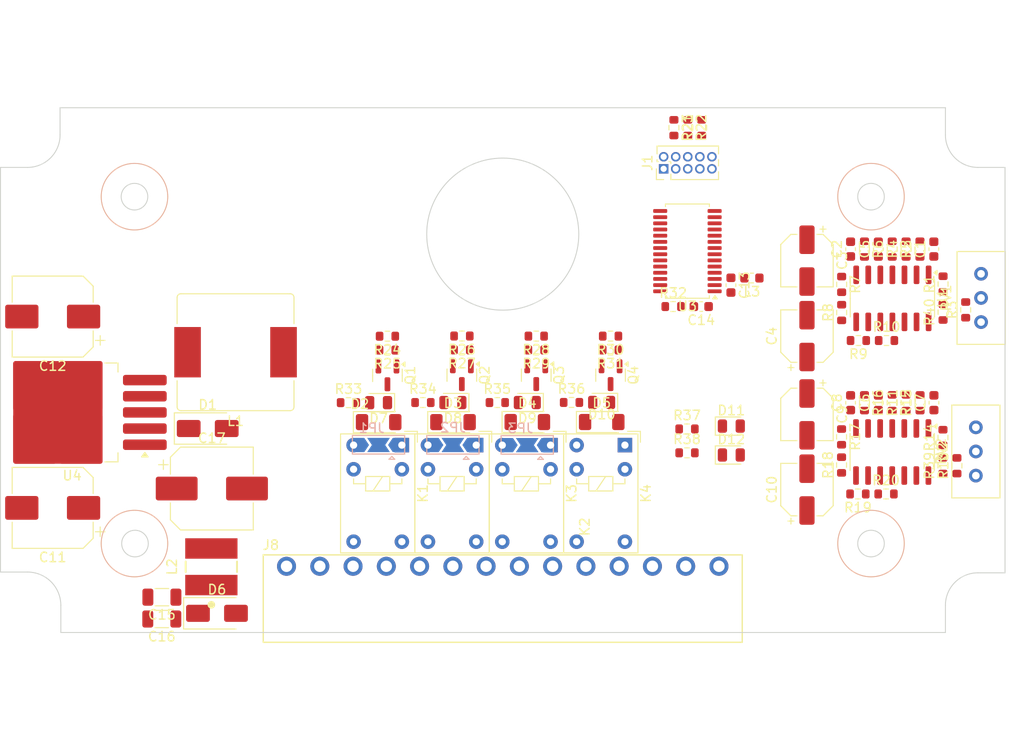
<source format=kicad_pcb>
(kicad_pcb (version 20240108) (generator "pcbnew") (generator_version "8.0")
  (layers (0 "F.Cu" signal) (31 "B.Cu" signal) (34 "B.Paste" user) (35 "F.Paste" user) (36 "B.SilkS" user "B.Silkscreen") (37 "F.SilkS" user "F.Silkscreen") (38 "B.Mask" user) (39 "F.Mask" user) (44 "Edge.Cuts" user))
  (net 0 "")
  (net 1 "Net-(C1-Pad2)")
  (net 2 "Net-(U1C--)")
  (net 3 "Net-(U1B-+)")
  (net 4 "GND")
  (net 5 "+5V")
  (net 6 "Net-(C7-Pad2)")
  (net 7 "Net-(U2C--)")
  (net 8 "Net-(U2B-+)")
  (net 9 "VDD")
  (net 10 "Net-(D1-K)")
  (net 11 "Net-(D2-A)")
  (net 12 "/RESET")
  (net 13 "/ICE_DAT")
  (net 14 "/MS51xTXD")
  (net 17 "/MS51xRXD")
  (net 18 "/ICE_CLK")
  (net 20 "/TOUCH1")
  (net 21 "/TOUCH2")
  (net 22 "/RESET-BTN")
  (net 23 "Net-(Q1-B)")
  (net 24 "Net-(R1-Pad2)")
  (net 25 "/TOUCHIN2")
  (net 26 "Net-(U1A-+)")
  (net 27 "Net-(U1B--)")
  (net 28 "Net-(U1C-+)")
  (net 29 "Net-(U2A-+)")
  (net 30 "Net-(R13-Pad2)")
  (net 31 "/TOUCHIN1")
  (net 32 "Net-(U2B--)")
  (net 33 "Net-(U2C-+)")
  (net 34 "Net-(D3-A)")
  (net 47 "Net-(D4-A)")
  (net 48 "Net-(Q2-B)")
  (net 49 "Net-(Q3-B)")
  (net 50 "Net-(Q4-B)")
  (net 51 "/RELAY1")
  (net 52 "/RELAY2")
  (net 53 "/RELAY3")
  (net 54 "/RELAY4")
  (net 55 "Net-(D10-K)")
  (net 56 "Net-(D7-A)")
  (net 57 "Net-(D8-A)")
  (net 58 "Net-(D9-A)")
  (net 59 "Net-(D10-A)")
  (net 60 "Net-(D11-A)")
  (net 61 "Net-(D12-A)")
  (net 62 "/LED1")
  (net 63 "/LED2")
  (net 64 "Net-(D6-K)")
  (net 73 "/24V")
  (net 74 "/VIN_24V")
  (net 75 "/RELAY1-B")
  (net 76 "/RELAY2-A")
  (net 77 "/RELAY2-B")
  (net 78 "/RELAY3-B")
  (net 79 "/RELAY1-A")
  (net 80 "/RELAY3-A")
  (net 81 "/RELAY4-B")
  (net 82 "Net-(JP1-A)")
  (net 83 "Net-(JP1-B)")
  (net 84 "Net-(JP2-A)")
  (net 85 "Net-(JP2-B)")
  (net 86 "Net-(JP3-A)")
  (net 87 "Net-(JP3-B)")
  (footprint "Resistor_SMD:R_0603_1608Metric" (layer "F.Cu") (at 159.1547 94.0014)
    (property "Reference" "R36" (at 0 -1.43 360) (layer "F.SilkS"))
    (property "Value" "1K")
    (pad "1" smd roundrect (at -0.825 0) (size 0.8 0.95) (layers "F.Cu" "F.Paste" "F.Mask") (net 5 "+5V"))
    (pad "2" smd roundrect (at 0.825 0) (size 0.8 0.95) (layers "F.Cu" "F.Paste" "F.Mask") (net 59 "Net-(D10-A)"))
  )
  (footprint "Capacitor_SMD:C_0603_1608Metric" (layer "F.Cu") (at 197.28 77.865 90)
    (property "Reference" "C1" (at 0 -1.43 90) (layer "F.SilkS"))
    (property "Value" "220pF")
    (pad "1" smd roundrect (at -0.775 0 90) (size 0.9 0.95) (layers "F.Cu" "F.Paste" "F.Mask") (net 2 "Net-(U1C--)"))
    (pad "2" smd roundrect (at 0.775 0 90) (size 0.9 0.95) (layers "F.Cu" "F.Paste" "F.Mask") (net 1 "Net-(C1-Pad2)"))
  )
  (footprint "Relay_THT:Relay_SPDT_HsinDa_Y14" (layer "F.Cu") (at 141.3047 98.4914 -90)
    (property "Reference" "K1" (at 5.08 -2.2098 90) (layer "F.SilkS"))
    (property "Value" "TR5V-L-S-Z/05VDC" (hide yes))
    (pad "1" thru_hole rect (at 0 0 270) (size 1.524 1.524) (drill 0.762) (layers "*.Cu" "*.Mask") (net 82 "Net-(JP1-A)"))
    (pad "2" thru_hole circle (at 0 5.08 270) (size 1.524 1.524) (drill 0.762) (layers "*.Cu" "*.Mask") (net 83 "Net-(JP1-B)"))
    (pad "3" thru_hole circle (at 2.54 0 270) (size 1.524 1.524) (drill 0.762) (layers "*.Cu" "*.Mask") (net 11 "Net-(D2-A)"))
    (pad "4" thru_hole circle (at 2.54 5.08 270) (size 1.524 1.524) (drill 0.762) (layers "*.Cu" "*.Mask") (net 5 "+5V"))
    (pad "5" thru_hole circle (at 10.16 0 270) (size 1.524 1.524) (drill 0.762) (layers "*.Cu" "*.Mask") (net 79 "/RELAY1-A"))
    (pad "6" thru_hole circle (at 10.16 5.08 270) (size 1.524 1.524) (drill 0.762) (layers "*.Cu" "*.Mask") (net 79 "/RELAY1-A"))
  )
  (footprint "Capacitor_SMD:C_0603_1608Metric" (layer "F.Cu") (at 172.805 83.91 180)
    (property "Reference" "C14" (at 0 -1.43 360) (layer "F.SilkS"))
    (property "Value" "0.1uF")
    (pad "1" smd roundrect (at -0.775 0 180) (size 0.9 0.95) (layers "F.Cu" "F.Paste" "F.Mask") (net 4 "GND"))
    (pad "2" smd roundrect (at 0.775 0 180) (size 0.9 0.95) (layers "F.Cu" "F.Paste" "F.Mask") (net 22 "/RESET-BTN"))
  )
  (footprint "Package_TO_SOT_SMD:SOT-23" (layer "F.Cu") (at 147.6147 91.1314 -90)
    (property "Reference" "Q2" (at 0 -2.4 90) (layer "F.SilkS"))
    (property "Value" "MMBT3904")
    (pad "1" smd roundrect (at -0.9375 -0.95 270) (size 1.475 0.6) (layers "F.Cu" "F.Paste" "F.Mask") (net 48 "Net-(Q2-B)"))
    (pad "2" smd roundrect (at -0.9375 0.95 270) (size 1.475 0.6) (layers "F.Cu" "F.Paste" "F.Mask") (net 4 "GND"))
    (pad "3" smd roundrect (at 0.9375 0 270) (size 1.475 0.6) (layers "F.Cu" "F.Paste" "F.Mask") (net 34 "Net-(D3-A)"))
  )
  (footprint "Resistor_SMD:R_0603_1608Metric" (layer "F.Cu") (at 192.3 87.485)
    (property "Reference" "R10" (at 0 -1.43 360) (layer "F.SilkS"))
    (property "Value" "12K")
    (pad "1" smd roundrect (at -0.825 0) (size 0.8 0.95) (layers "F.Cu" "F.Paste" "F.Mask") (net 28 "Net-(U1C-+)"))
    (pad "2" smd roundrect (at 0.825 0) (size 0.8 0.95) (layers "F.Cu" "F.Paste" "F.Mask") (net 4 "GND"))
  )
  (footprint "Resistor_SMD:R_0603_1608Metric" (layer "F.Cu") (at 198.25 84.5 90)
    (property "Reference" "R40" (at 0 -1.43 90) (layer "F.SilkS"))
    (property "Value" "100K")
    (pad "1" smd roundrect (at -0.825 0 90) (size 0.8 0.95) (layers "F.Cu" "F.Paste" "F.Mask") (net 4 "GND"))
    (pad "2" smd roundrect (at 0.825 0 90) (size 0.8 0.95) (layers "F.Cu" "F.Paste" "F.Mask") (net 31 "/TOUCHIN1"))
  )
  (footprint "Capacitor_SMD:CP_Elec_5x5.3" (layer "F.Cu") (at 183.93 79.08 -90)
    (property "Reference" "C3" (at 0 -3.7 90) (layer "F.SilkS"))
    (property "Value" "10uF")
    (pad "1" smd roundrect (at -2.2 0 270) (size 3 1.6) (layers "F.Cu" "F.Paste" "F.Mask") (roundrect_rratio 0.15625) (net 2 "Net-(U1C--)"))
    (pad "2" smd roundrect (at 2.2 0 270) (size 3 1.6) (layers "F.Cu" "F.Paste" "F.Mask") (roundrect_rratio 0.15625) (net 4 "GND"))
  )
  (footprint "Capacitor_SMD:C_0603_1608Metric" (layer "F.Cu") (at 191.44 77.87 90)
    (property "Reference" "C5" (at 0 -1.43 90) (layer "F.SilkS"))
    (property "Value" "330nF")
    (pad "1" smd roundrect (at -0.775 0 90) (size 0.9 0.95) (layers "F.Cu" "F.Paste" "F.Mask") (net 9 "VDD"))
    (pad "2" smd roundrect (at 0.775 0 90) (size 0.9 0.95) (layers "F.Cu" "F.Paste" "F.Mask") (net 4 "GND"))
  )
  (footprint "Package_TO_SOT_SMD:SOT-23" (layer "F.Cu") (at 139.7872 91.1514 -90)
    (property "Reference" "Q1" (at 0 -2.4 90) (layer "F.SilkS"))
    (property "Value" "MMBT3904")
    (pad "1" smd roundrect (at -0.9375 -0.95 270) (size 1.475 0.6) (layers "F.Cu" "F.Paste" "F.Mask") (net 23 "Net-(Q1-B)"))
    (pad "2" smd roundrect (at -0.9375 0.95 270) (size 1.475 0.6) (layers "F.Cu" "F.Paste" "F.Mask") (net 4 "GND"))
    (pad "3" smd roundrect (at 0.9375 0 270) (size 1.475 0.6) (layers "F.Cu" "F.Paste" "F.Mask") (net 11 "Net-(D2-A)"))
  )
  (footprint "Resistor_SMD:R_0603_1608Metric" (layer "F.Cu") (at 189.98 94.03 -90)
    (property "Reference" "R16" (at 0 -1.43 90) (layer "F.SilkS"))
    (property "Value" "47K")
    (pad "1" smd roundrect (at -0.825 0 270) (size 0.8 0.95) (layers "F.Cu" "F.Paste" "F.Mask") (net 6 "Net-(C7-Pad2)"))
    (pad "2" smd roundrect (at 0.825 0 270) (size 0.8 0.95) (layers "F.Cu" "F.Paste" "F.Mask") (net 8 "Net-(U2B-+)"))
  )
  (footprint "Capacitor_SMD:CP_Elec_8x10" (layer "F.Cu") (at 104.565 84.965 180)
    (property "Reference" "C12" (at 0 -5.2 360) (layer "F.SilkS"))
    (property "Value" "220uF/35V")
    (pad "1" smd roundrect (at -3.25 0 180) (size 3.5 2.5) (layers "F.Cu" "F.Paste" "F.Mask") (roundrect_rratio 0.1) (net 5 "+5V"))
    (pad "2" smd roundrect (at 3.25 0 180) (size 3.5 2.5) (layers "F.Cu" "F.Paste" "F.Mask") (roundrect_rratio 0.1) (net 4 "GND"))
  )
  (footprint "Resistor_SMD:R_0603_1608Metric" (layer "F.Cu") (at 147.6247 88.4714 180)
    (property "Reference" "R27" (at 0 -1.43 360) (layer "F.SilkS"))
    (property "Value" "10K")
    (pad "1" smd roundrect (at -0.825 0 180) (size 0.8 0.95) (layers "F.Cu" "F.Paste" "F.Mask") (net 48 "Net-(Q2-B)"))
    (pad "2" smd roundrect (at 0.825 0 180) (size 0.8 0.95) (layers "F.Cu" "F.Paste" "F.Mask") (net 4 "GND"))
  )
  (footprint "LED_SMD:LED_0805_2012Metric" (layer "F.Cu") (at 175.9725 96.49)
    (property "Reference" "D11" (at 0 -1.65 0) (layer "F.SilkS"))
    (property "Value" "RED")
    (pad "1" smd roundrect (at -0.9375 0) (size 0.975 1.4) (layers "F.Cu" "F.Paste" "F.Mask") (net 62 "/LED1"))
    (pad "2" smd roundrect (at 0.9375 0) (size 0.975 1.4) (layers "F.Cu" "F.Paste" "F.Mask") (net 60 "Net-(D11-A)"))
  )
  (footprint "Resistor_SMD:R_0603_1608Metric" (layer "F.Cu") (at 151.3447 94.0114)
    (property "Reference" "R35" (at 0 -1.43 360) (layer "F.SilkS"))
    (property "Value" "1K")
    (pad "1" smd roundrect (at -0.825 0) (size 0.8 0.95) (layers "F.Cu" "F.Paste" "F.Mask") (net 5 "+5V"))
    (pad "2" smd roundrect (at 0.825 0) (size 0.8 0.95) (layers "F.Cu" "F.Paste" "F.Mask") (net 58 "Net-(D9-A)"))
  )
  (footprint "Inductor_SMD:L_Bourns_SRR1210A" (layer "F.Cu") (at 123.805 88.715 180)
    (property "Reference" "L1" (at 0 -7.25 360) (layer "F.SilkS"))
    (property "Value" "100uH")
    (pad "1" smd rect (at -5.05 0 180) (size 2.8 5.3) (layers "F.Cu" "F.Paste" "F.Mask") (net 10 "Net-(D1-K)"))
    (pad "2" smd rect (at 5.05 0 180) (size 2.8 5.3) (layers "F.Cu" "F.Paste" "F.Mask") (net 5 "+5V"))
  )
  (footprint "Package_TO_SOT_SMD:SOT-23" (layer "F.Cu") (at 163.2647 91.1314 -90)
    (property "Reference" "Q4" (at 0 -2.4 90) (layer "F.SilkS"))
    (property "Value" "MMBT3904")
    (pad "1" smd roundrect (at -0.9375 -0.95 270) (size 1.475 0.6) (layers "F.Cu" "F.Paste" "F.Mask") (net 50 "Net-(Q4-B)"))
    (pad "2" smd roundrect (at -0.9375 0.95 270) (size 1.475 0.6) (layers "F.Cu" "F.Paste" "F.Mask") (net 4 "GND"))
    (pad "3" smd roundrect (at 0.9375 0 270) (size 1.475 0.6) (layers "F.Cu" "F.Paste" "F.Mask") (net 55 "Net-(D10-K)"))
  )
  (footprint "Resistor_SMD:R_0603_1608Metric" (layer "F.Cu") (at 155.4447 88.4814 180)
    (property "Reference" "R29" (at 0 -1.43 360) (layer "F.SilkS"))
    (property "Value" "10K")
    (pad "1" smd roundrect (at -0.825 0 180) (size 0.8 0.95) (layers "F.Cu" "F.Paste" "F.Mask") (net 49 "Net-(Q3-B)"))
    (pad "2" smd roundrect (at 0.825 0 180) (size 0.8 0.95) (layers "F.Cu" "F.Paste" "F.Mask") (net 4 "GND"))
  )
  (footprint "Resistor_SMD:R_0603_1608Metric" (layer "F.Cu") (at 169.93 65.09 -90)
    (property "Reference" "R23" (at 0 -1.43 90) (layer "F.SilkS"))
    (property "Value" "100K")
    (pad "1" smd roundrect (at -0.825 0 270) (size 0.8 0.95) (layers "F.Cu" "F.Paste" "F.Mask") (net 9 "VDD"))
    (pad "2" smd roundrect (at 0.825 0 270) (size 0.8 0.95) (layers "F.Cu" "F.Paste" "F.Mask") (net 13 "/ICE_DAT"))
  )
  (footprint "Connector_PinHeader_1.27mm:PinHeader_2x05_P1.27mm_Vertical" (layer "F.Cu") (at 168.85 69.42 90)
    (property "Reference" "J1" (at 0.635 -1.695 90) (layer "F.SilkS"))
    (property "Value" "ICE")
    (pad "1" thru_hole rect (at 0 0 90) (size 1 1) (drill 0.65) (layers "*.Cu" "*.Mask"))
    (pad "2" thru_hole oval (at 1.27 0 90) (size 1 1) (drill 0.65) (layers "*.Cu" "*.Mask") (net 9 "VDD"))
    (pad "3" thru_hole oval (at 0 1.27 90) (size 1 1) (drill 0.65) (layers "*.Cu" "*.Mask"))
    (pad "4" thru_hole oval (at 1.27 1.27 90) (size 1 1) (drill 0.65) (layers "*.Cu" "*.Mask") (net 13 "/ICE_DAT"))
    (pad "5" thru_hole oval (at 0 2.54 90) (size 1 1) (drill 0.65) (layers "*.Cu" "*.Mask"))
    (pad "6" thru_hole oval (at 1.27 2.54 90) (size 1 1) (drill 0.65) (layers "*.Cu" "*.Mask") (net 18 "/ICE_CLK"))
    (pad "7" thru_hole oval (at 0 3.81 90) (size 1 1) (drill 0.65) (layers "*.Cu" "*.Mask") (net 14 "/MS51xTXD"))
    (pad "8" thru_hole oval (at 1.27 3.81 90) (size 1 1) (drill 0.65) (layers "*.Cu" "*.Mask") (net 12 "/RESET"))
    (pad "9" thru_hole oval (at 0 5.08 90) (size 1 1) (drill 0.65) (layers "*.Cu" "*.Mask") (net 17 "/MS51xRXD"))
    (pad "10" thru_hole oval (at 1.27 5.08 90) (size 1 1) (drill 0.65) (layers "*.Cu" "*.Mask") (net 4 "GND"))
  )
  (footprint "Diode_SMD:D_MiniMELF" (layer "F.Cu") (at 146.6872 96.0714)
    (property "Reference" "D3" (at 0 -2 360) (layer "F.SilkS"))
    (property "Value" "LL4148_R1")
    (pad "1" smd roundrect (at -1.75 0) (size 1.3 1.7) (layers "F.Cu" "F.Paste" "F.Mask") (roundrect_rratio 0.1923076923) (net 5 "+5V"))
    (pad "2" smd roundrect (at 1.75 0) (size 1.3 1.7) (layers "F.Cu" "F.Paste" "F.Mask") (roundrect_rratio 0.1923076923) (net 34 "Net-(D3-A)"))
  )
  (footprint "Resistor_SMD:R_0603_1608Metric" (layer "F.Cu") (at 192.9 94.03 -90)
    (property "Reference" "R12" (at 0 -1.43 90) (layer "F.SilkS"))
    (property "Value" "100K")
    (pad "1" smd roundrect (at -0.825 0 270) (size 0.8 0.95) (layers "F.Cu" "F.Paste" "F.Mask") (net 29 "Net-(U2A-+)"))
    (pad "2" smd roundrect (at 0.825 0 270) (size 0.8 0.95) (layers "F.Cu" "F.Paste" "F.Mask") (net 9 "VDD"))
  )
  (footprint "Diode_SMD:D_SMA" (layer "F.Cu") (at 120.875 96.745)
    (property "Reference" "D1" (at 0 -2.5 0) (layer "F.SilkS"))
    (property "Value" "SS36")
    (pad "1" smd roundrect (at -2 0) (size 2.5 1.8) (layers "F.Cu" "F.Paste" "F.Mask") (roundrect_rratio 0.1388888889) (net 10 "Net-(D1-K)"))
    (pad "2" smd roundrect (at 2 0) (size 2.5 1.8) (layers "F.Cu" "F.Paste" "F.Mask") (roundrect_rratio 0.1388888889) (net 4 "GND"))
  )
  (footprint "Resistor_SMD:R_0603_1608Metric" (layer "F.Cu") (at 199.71 100.66 90)
    (property "Reference" "R13" (at 0 -1.43 90) (layer "F.SilkS"))
    (property "Value" "4.7K")
    (pad "1" smd roundrect (at -0.825 0 90) (size 0.8 0.95) (layers "F.Cu" "F.Paste" "F.Mask") (net 29 "Net-(U2A-+)"))
    (pad "2" smd roundrect (at 0.825 0 90) (size 0.8 0.95) (layers "F.Cu" "F.Paste" "F.Mask") (net 30 "Net-(R13-Pad2)"))
  )
  (footprint "Resistor_SMD:R_0603_1608Metric" (layer "F.Cu") (at 194.36 77.865 90)
    (property "Reference" "R4" (at 0 -1.43 90) (layer "F.SilkS"))
    (property "Value" "100K")
    (pad "1" smd roundrect (at -0.825 0 90) (size 0.8 0.95) (layers "F.Cu" "F.Paste" "F.Mask") (net 26 "Net-(U1A-+)"))
    (pad "2" smd roundrect (at 0.825 0 90) (size 0.8 0.95) (layers "F.Cu" "F.Paste" "F.Mask") (net 4 "GND"))
  )
  (footprint "Capacitor_SMD:C_0603_1608Metric" (layer "F.Cu") (at 191.44 94.035 90)
    (property "Reference" "C6" (at 0 -1.43 90) (layer "F.SilkS"))
    (property "Value" "330nF")
    (pad "1" smd roundrect (at -0.775 0 90) (size 0.9 0.95) (layers "F.Cu" "F.Paste" "F.Mask") (net 9 "VDD"))
    (pad "2" smd roundrect (at 0.775 0 90) (size 0.9 0.95) (layers "F.Cu" "F.Paste" "F.Mask") (net 4 "GND"))
  )
  (footprint "Package_SO:TSSOP-28_4.4x9.7mm_P0.65mm" (layer "F.Cu") (at 171.35 78.08 180)
    (property "Reference" "U3" (at 0 -5.8 360) (layer "F.SilkS"))
    (property "Value" "MS51EC0AE")
    (pad "1" smd roundrect (at -2.8625 -4.225 180) (size 1.475 0.4) (layers "F.Cu" "F.Paste" "F.Mask") (net 4 "GND"))
    (pad "2" smd roundrect (at -2.8625 -3.575 180) (size 1.475 0.4) (layers "F.Cu" "F.Paste" "F.Mask") (net 13 "/ICE_DAT"))
    (pad "3" smd roundrect (at -2.8625 -2.925 180) (size 1.475 0.4) (layers "F.Cu" "F.Paste" "F.Mask") (net 9 "VDD"))
    (pad "4" smd roundrect (at -2.8625 -2.275 180) (size 1.475 0.4) (layers "F.Cu" "F.Paste" "F.Mask") (net 22 "/RESET-BTN"))
    (pad "5" smd roundrect (at -2.8625 -1.625 180) (size 1.475 0.4) (layers "F.Cu" "F.Paste" "F.Mask") (net 20 "/TOUCH1"))
    (pad "6" smd roundrect (at -2.8625 -0.975 180) (size 1.475 0.4) (layers "F.Cu" "F.Paste" "F.Mask") (net 21 "/TOUCH2"))
    (pad "7" smd roundrect (at -2.8625 -0.325 180) (size 1.475 0.4) (layers "F.Cu" "F.Paste" "F.Mask") (net 62 "/LED1"))
    (pad "8" smd roundrect (at -2.8625 0.325 180) (size 1.475 0.4) (layers "F.Cu" "F.Paste" "F.Mask") (net 63 "/LED2"))
    (pad "9" smd roundrect (at -2.8625 0.975 180) (size 1.475 0.4) (layers "F.Cu" "F.Paste" "F.Mask"))
    (pad "10" smd roundrect (at -2.8625 1.625 180) (size 1.475 0.4) (layers "F.Cu" "F.Paste" "F.Mask"))
    (pad "11" smd roundrect (at -2.8625 2.275 180) (size 1.475 0.4) (layers "F.Cu" "F.Paste" "F.Mask"))
    (pad "12" smd roundrect (at -2.8625 2.925 180) (size 1.475 0.4) (layers "F.Cu" "F.Paste" "F.Mask"))
    (pad "13" smd roundrect (at -2.8625 3.575 180) (size 1.475 0.4) (layers "F.Cu" "F.Paste" "F.Mask"))
    (pad "14" smd roundrect (at -2.8625 4.225 180) (size 1.475 0.4) (layers "F.Cu" "F.Paste" "F.Mask"))
    (pad "15" smd roundrect (at 2.8625 4.225 180) (size 1.475 0.4) (layers "F.Cu" "F.Paste" "F.Mask") (net 54 "/RELAY4"))
    (pad "16" smd roundrect (at 2.8625 3.575 180) (size 1.475 0.4) (layers "F.Cu" "F.Paste" "F.Mask") (net 53 "/RELAY3"))
    (pad "17" smd roundrect (at 2.8625 2.925 180) (size 1.475 0.4) (layers "F.Cu" "F.Paste" "F.Mask") (net 52 "/RELAY2"))
    (pad "18" smd roundrect (at 2.8625 2.275 180) (size 1.475 0.4) (layers "F.Cu" "F.Paste" "F.Mask") (net 51 "/RELAY1"))
    (pad "19" smd roundrect (at 2.8625 1.625 180) (size 1.475 0.4) (layers "F.Cu" "F.Paste" "F.Mask") (net 18 "/ICE_CLK"))
    (pad "20" smd roundrect (at 2.8625 0.975 180) (size 1.475 0.4) (layers "F.Cu" "F.Paste" "F.Mask"))
    (pad "21" smd roundrect (at 2.8625 0.325 180) (size 1.475 0.4) (layers "F.Cu" "F.Paste" "F.Mask"))
    (pad "22" smd roundrect (at 2.8625 -0.325 180) (size 1.475 0.4) (layers "F.Cu" "F.Paste" "F.Mask"))
    (pad "23" smd roundrect (at 2.8625 -0.975 180) (size 1.475 0.4) (layers "F.Cu" "F.Paste" "F.Mask") (net 14 "/MS51xTXD"))
    (pad "24" smd roundrect (at 2.8625 -1.625 180) (size 1.475 0.4) (layers "F.Cu" "F.Paste" "F.Mask") (net 17 "/MS51xRXD"))
    (pad "25" smd roundrect (at 2.8625 -2.275 180) (size 1.475 0.4) (layers "F.Cu" "F.Paste" "F.Mask"))
    (pad "26" smd roundrect (at 2.8625 -2.925 180) (size 1.475 0.4) (layers "F.Cu" "F.Paste" "F.Mask") (net 12 "/RESET"))
    (pad "27" smd roundrect (at 2.8625 -3.575 180) (size 1.475 0.4) (layers "F.Cu" "F.Paste" "F.Mask"))
    (pad "28" smd roundrect (at 2.8625 -4.225 180) (size 1.475 0.4) (layers "F.Cu" "F.Paste" "F.Mask"))
  )
  (footprint "Footprint:15EGTRC-3_5-14P-14-00AH" (layer "F.Cu") (at 129.17 111.24)
    (property "Reference" "J8" (at -1.65 -2.23 0) (layer "F.SilkS"))
    (property "Value" "IO" (hide yes))
    (pad "1" thru_hole circle (at 0 0) (size 2 2) (drill 1.2) (layers "*.Cu" "*.Mask") (net 74 "/VIN_24V"))
    (pad "2" thru_hole circle (at 3.5 0) (size 2 2) (drill 1.2) (layers "*.Cu" "*.Mask") (net 4 "GND"))
    (pad "3" thru_hole circle (at 7 0) (size 2 2) (drill 1.2) (layers "*.Cu" "*.Mask") (net 79 "/RELAY1-A"))
    (pad "4" thru_hole circle (at 10.5 0) (size 2 2) (drill 1.2) (layers "*.Cu" "*.Mask") (net 75 "/RELAY1-B"))
    (pad "5" thru_hole circle (at 14 0) (size 2 2) (drill 1.2) (layers "*.Cu" "*.Mask") (net 76 "/RELAY2-A"))
    (pad "6" thru_hole circle (at 17.5 0) (size 2 2) (drill 1.2) (layers "*.Cu" "*.Mask") (net 77 "/RELAY2-B"))
    (pad "7" thru_hole circle (at 21 0) (size 2 2) (drill 1.2) (layers "*.Cu" "*.Mask") (net 80 "/RELAY3-A"))
    (pad "8" thru_hole circle (at 24.5 0) (size 2 2) (drill 1.2) (layers "*.Cu" "*.Mask") (net 78 "/RELAY3-B"))
    (pad "9" thru_hole circle (at 28 0) (size 2 2) (drill 1.2) (layers "*.Cu" "*.Mask") (net 4 "GND"))
    (pad "10" thru_hole circle (at 31.5 0) (size 2 2) (drill 1.2) (layers "*.Cu" "*.Mask") (net 81 "/RELAY4-B"))
    (pad "11" thru_hole circle (at 35 0) (size 2 2) (drill 1.2) (layers "*.Cu" "*.Mask") (net 4 "GND"))
    (pad "12" thru_hole circle (at 38.5 0) (size 2 2) (drill 1.2) (layers "*.Cu" "*.Mask") (net 22 "/RESET-BTN"))
    (pad "13" thru_hole circle (at 42 0) (size 2 2) (drill 1.2) (layers "*.Cu" "*.Mask") (net 31 "/TOUCHIN1"))
    (pad "14" thru_hole circle (at 45.5 0) (size 2 2) (drill 1.2) (layers "*.Cu" "*.Mask") (net 25 "/TOUCHIN2"))
  )
  (footprint "LED_SMD:LED_0805_2012Metric" (layer "F.Cu") (at 154.5047 94.0114 180)
    (property "Reference" "D9" (at 0 -1.65 360) (layer "F.SilkS"))
    (property "Value" "RED")
    (pad "1" smd roundrect (at -0.9375 0 180) (size 0.975 1.4) (layers "F.Cu" "F.Paste" "F.Mask") (net 47 "Net-(D4-A)"))
    (pad "2" smd roundrect (at 0.9375 0 180) (size 0.975 1.4) (layers "F.Cu" "F.Paste" "F.Mask") (net 58 "Net-(D9-A)"))
  )
  (footprint "Resistor_SMD:R_0603_1608Metric" (layer "F.Cu") (at 189.29 103.63 180)
    (property "Reference" "R19" (at 0 -1.43 360) (layer "F.SilkS"))
    (property "Value" "4.7K")
    (pad "1" smd roundrect (at -0.825 0 180) (size 0.8 0.95) (layers "F.Cu" "F.Paste" "F.Mask") (net 33 "Net-(U2C-+)"))
    (pad "2" smd roundrect (at 0.825 0 180) (size 0.8 0.95) (layers "F.Cu" "F.Paste" "F.Mask") (net 9 "VDD"))
  )
  (footprint "Resistor_SMD:R_0603_1608Metric" (layer "F.Cu") (at 187.57 100.585 90)
    (property "Reference" "R18" (at 0 -1.43 90) (layer "F.SilkS"))
    (property "Value" "47K")
    (pad "1" smd roundrect (at -0.825 0 90) (size 0.8 0.95) (layers "F.Cu" "F.Paste" "F.Mask") (net 4 "GND"))
    (pad "2" smd roundrect (at 0.825 0 90) (size 0.8 0.95) (layers "F.Cu" "F.Paste" "F.Mask") (net 32 "Net-(U2B--)"))
  )
  (footprint "Capacitor_SMD:CP_Elec_8x10" (layer "F.Cu") (at 104.5625 105.095 180)
    (property "Reference" "C11" (at 0 -5.2 360) (layer "F.SilkS"))
    (property "Value" "100uF/50V")
    (pad "1" smd roundrect (at -3.25 0 180) (size 3.5 2.5) (layers "F.Cu" "F.Paste" "F.Mask") (roundrect_rratio 0.1) (net 73 "/24V"))
    (pad "2" smd roundrect (at 3.25 0 180) (size 3.5 2.5) (layers "F.Cu" "F.Paste" "F.Mask") (roundrect_rratio 0.1) (net 4 "GND"))
  )
  (footprint "Resistor_SMD:R_0603_1608Metric" (layer "F.Cu") (at 194.36 94.03 90)
    (property "Reference" "R11" (at 0 -1.43 90) (layer "F.SilkS"))
    (property "Value" "100K")
    (pad "1" smd roundrect (at -0.825 0 90) (size 0.8 0.95) (layers "F.Cu" "F.Paste" "F.Mask") (net 29 "Net-(U2A-+)"))
    (pad "2" smd roundrect (at 0.825 0 90) (size 0.8 0.95) (layers "F.Cu" "F.Paste" "F.Mask") (net 4 "GND"))
  )
  (footprint "Package_SO:SO-14_3.9x8.65mm_P1.27mm" (layer "F.Cu") (at 192.9 99.215 -90)
    (property "Reference" "U2" (at 0 -5.28 90) (layer "F.SilkS"))
    (property "Value" "LM324")
    (pad "1" smd roundrect (at -2.475 -3.81 270) (size 1.95 0.6) (layers "F.Cu" "F.Paste" "F.Mask") (net 30 "Net-(R13-Pad2)"))
    (pad "2" smd roundrect (at -2.475 -2.54 270) (size 1.95 0.6) (layers "F.Cu" "F.Paste" "F.Mask") (net 25 "/TOUCHIN2"))
    (pad "3" smd roundrect (at -2.475 -1.27 270) (size 1.95 0.6) (layers "F.Cu" "F.Paste" "F.Mask") (net 29 "Net-(U2A-+)"))
    (pad "4" smd roundrect (at -2.475 0 270) (size 1.95 0.6) (layers "F.Cu" "F.Paste" "F.Mask") (net 9 "VDD"))
    (pad "5" smd roundrect (at -2.475 1.27 270) (size 1.95 0.6) (layers "F.Cu" "F.Paste" "F.Mask") (net 8 "Net-(U2B-+)"))
    (pad "6" smd roundrect (at -2.475 2.54 270) (size 1.95 0.6) (layers "F.Cu" "F.Paste" "F.Mask") (net 32 "Net-(U2B--)"))
    (pad "7" smd roundrect (at -2.475 3.81 270) (size 1.95 0.6) (layers "F.Cu" "F.Paste" "F.Mask") (net 7 "Net-(U2C--)"))
    (pad "8" smd roundrect (at 2.475 3.81 270) (size 1.95 0.6) (layers "F.Cu" "F.Paste" "F.Mask") (net 21 "/TOUCH2"))
    (pad "9" smd roundrect (at 2.475 2.54 270) (size 1.95 0.6) (layers "F.Cu" "F.Paste" "F.Mask") (net 7 "Net-(U2C--)"))
    (pad "10" smd roundrect (at 2.475 1.27 270) (size 1.95 0.6) (layers "F.Cu" "F.Paste" "F.Mask") (net 33 "Net-(U2C-+)"))
    (pad "11" smd roundrect (at 2.475 0 270) (size 1.95 0.6) (layers "F.Cu" "F.Paste" "F.Mask") (net 4 "GND"))
    (pad "12" smd roundrect (at 2.475 -1.27 270) (size 1.95 0.6) (layers "F.Cu" "F.Paste" "F.Mask"))
    (pad "13" smd roundrect (at 2.475 -2.54 270) (size 1.95 0.6) (layers "F.Cu" "F.Paste" "F.Mask"))
    (pad "14" smd roundrect (at 2.475 -3.81 270) (size 1.95 0.6) (layers "F.Cu" "F.Paste" "F.Mask"))
  )
  (footprint "LED_SMD:LED_0805_2012Metric" (layer "F.Cu") (at 138.8547 94.0214 180)
    (property "Reference" "D7" (at 0 -1.65 360) (layer "F.SilkS"))
    (property "Value" "RED")
    (pad "1" smd roundrect (at -0.9375 0 180) (size 0.975 1.4) (layers "F.Cu" "F.Paste" "F.Mask") (net 11 "Net-(D2-A)"))
    (pad "2" smd roundrect (at 0.9375 0 180) (size 0.975 1.4) (layers "F.Cu" "F.Paste" "F.Mask") (net 56 "Net-(D7-A)"))
  )
  (footprint "Potentiometer_THT:Potentiometer_Bourns_3296W_Vertical" (layer "F.Cu") (at 202.25 80.465 90)
    (property "Reference" "RV1" (at -2.54 -3.66 90) (layer "F.SilkS"))
    (property "Value" "20K")
    (pad "1" thru_hole circle (at 0 0 90) (size 1.44 1.44) (drill 0.8) (layers "*.Cu" "*.Mask"))
    (pad "2" thru_hole circle (at -2.54 0 90) (size 1.44 1.44) (drill 0.8) (layers "*.Cu" "*.Mask") (net 24 "Net-(R1-Pad2)"))
    (pad "3" thru_hole circle (at -5.08 0 90) (size 1.44 1.44) (drill 0.8) (layers "*.Cu" "*.Mask") (net 26 "Net-(U1A-+)"))
  )
  (footprint "Diode_SMD:D_SMA" (layer "F.Cu") (at 121.85 116.19)
    (property "Reference" "D6" (at 0 -2.5 360) (layer "F.SilkS"))
    (property "Value" "SS36")
    (pad "1" smd roundrect (at -2 0) (size 2.5 1.8) (layers "F.Cu" "F.Paste" "F.Mask") (roundrect_rratio 0.1388888889) (net 64 "Net-(D6-K)"))
    (pad "2" smd roundrect (at 2 0) (size 2.5 1.8) (layers "F.Cu" "F.Paste" "F.Mask") (roundrect_rratio 0.1388888889) (net 74 "/VIN_24V"))
  )
  (footprint "Resistor_SMD:R_0603_1608Metric" (layer "F.Cu") (at 171.3075 99.3)
    (property "Reference" "R38" (at 0 -1.43 0) (layer "F.SilkS"))
    (property "Value" "1K")
    (pad "1" smd roundrect (at -0.825 0) (size 0.8 0.95) (layers "F.Cu" "F.Paste" "F.Mask") (net 9 "VDD"))
    (pad "2" smd roundrect (at 0.825 0) (size 0.8 0.95) (layers "F.Cu" "F.Paste" "F.Mask") (net 61 "Net-(D12-A)"))
  )
  (footprint "Resistor_SMD:R_0603_1608Metric" (layer "F.Cu") (at 171.39 65.09 -90)
    (property "Reference" "R22" (at 0 -1.43 90) (layer "F.SilkS"))
    (property "Value" "100K")
    (pad "1" smd roundrect (at -0.825 0 270) (size 0.8 0.95) (layers "F.Cu" "F.Paste" "F.Mask") (net 9 "VDD"))
    (pad "2" smd roundrect (at 0.825 0 270) (size 0.8 0.95) (layers "F.Cu" "F.Paste" "F.Mask") (net 18 "/ICE_CLK"))
  )
  (footprint "Capacitor_SMD:CP_Elec_5x5.4" (layer "F.Cu") (at 183.93 103.17 90)
    (property "Reference" "C10" (at 0 -3.7 90) (layer "F.SilkS"))
    (property "Value" "22uF")
    (pad "1" smd roundrect (at -2.2 0 90) (size 3 1.6) (layers "F.Cu" "F.Paste" "F.Mask") (roundrect_rratio 0.15625) (net 21 "/TOUCH2"))
    (pad "2" smd roundrect (at 2.2 0 90) (size 3 1.6) (layers "F.Cu" "F.Paste" "F.Mask") (roundrect_rratio 0.15625) (net 4 "GND"))
  )
  (footprint "Capacitor_SMD:CP_Elec_5x5.4" (layer "F.Cu") (at 183.93 87.02 90)
    (property "Reference" "C4" (at 0 -3.7 90) (layer "F.SilkS"))
    (property "Value" "22uF")
    (pad "1" smd roundrect (at -2.2 0 90) (size 3 1.6) (layers "F.Cu" "F.Paste" "F.Mask") (roundrect_rratio 0.15625) (net 20 "/TOUCH1"))
    (pad "2" smd roundrect (at 2.2 0 90) (size 3 1.6) (layers "F.Cu" "F.Paste" "F.Mask") (roundrect_rratio 0.15625) (net 4 "GND"))
  )
  (footprint "Resistor_SMD:R_0603_1608Metric" (layer "F.Cu") (at 187.57 97.625 -90)
    (property "Reference" "R17" (at 0 -1.43 90) (layer "F.SilkS"))
    (property "Value" "51K")
    (pad "1" smd roundrect (at -0.825 0 270) (size 0.8 0.95) (layers "F.Cu" "F.Paste" "F.Mask") (net 7 "Net-(U2C--)"))
    (pad "2" smd roundrect (at 0.825 0 270) (size 0.8 0.95) (layers "F.Cu" "F.Paste" "F.Mask") (net 32 "Net-(U2B--)"))
  )
  (footprint "Package_SO:SO-14_3.9x8.65mm_P1.27mm" (layer "F.Cu") (at 192.92 83.05 -90)
    (property "Reference" "U1" (at 0 -5.28 90) (layer "F.SilkS"))
    (property "Value" "LM324")
    (pad "1" smd roundrect (at -2.475 -3.81 270) (size 1.95 0.6) (layers "F.Cu" "F.Paste" "F.Mask") (net 24 "Net-(R1-Pad2)"))
    (pad "2" smd roundrect (at -2.475 -2.54 270) (size 1.95 0.6) (layers "F.Cu" "F.Paste" "F.Mask") (net 31 "/TOUCHIN1"))
    (pad "3" smd roundrect (at -2.475 -1.27 270) (size 1.95 0.6) (layers "F.Cu" "F.Paste" "F.Mask") (net 26 "Net-(U1A-+)"))
    (pad "4" smd roundrect (at -2.475 0 270) (size 1.95 0.6) (layers "F.Cu" "F.Paste" "F.Mask") (net 9 "VDD"))
    (pad "5" smd roundrect (at -2.475 1.27 270) (size 1.95 0.6) (layers "F.Cu" "F.Paste" "F.Mask") (net 3 "Net-(U1B-+)"))
    (pad "6" smd roundrect (at -2.475 2.54 270) (size 1.95 0.6) (layers "F.Cu" "F.Paste" "F.Mask") (net 27 "Net-(U1B--)"))
    (pad "7" smd roundrect (at -2.475 3.81 270) (size 1.95 0.6) (layers "F.Cu" "F.Paste" "F.Mask") (net 2 "Net-(U1C--)"))
    (pad "8" smd roundrect (at 2.475 3.81 270) (size 1.95 0.6) (layers "F.Cu" "F.Paste" "F.Mask") (net 20 "/TOUCH1"))
    (pad "9" smd roundrect (at 2.475 2.54 270) (size 1.95 0.6) (layers "F.Cu" "F.Paste" "F.Mask") (net 2 "Net-(U1C--)"))
    (pad "10" smd roundrect (at 2.475 1.27 270) (size 1.95 0.6) (layers "F.Cu" "F.Paste" "F.Mask") (net 28 "Net-(U1C-+)"))
    (pad "11" smd roundrect (at 2.475 0 270) (size 1.95 0.6) (layers "F.Cu" "F.Paste" "F.Mask") (net 4 "GND"))
    (pad "12" smd roundrect (at 2.475 -1.27 270) (size 1.95 0.6) (layers "F.Cu" "F.Paste" "F.Mask"))
    (pad "13" smd roundrect (at 2.475 -2.54 270) (size 1.95 0.6) (layers "F.Cu" "F.Paste" "F.Mask"))
    (pad "14" smd roundrect (at 2.475 -3.81 270) (size 1.95 0.6) (layers "F.Cu" "F.Paste" "F.Mask"))
  )
  (footprint "Resistor_SMD:R_0603_1608Metric" (layer "F.Cu") (at 192.9 77.865 -90)
    (property "Reference" "R2" (at 0 -1.43 90) (layer "F.SilkS"))
    (property "Value" "100K")
    (pad "1" smd roundrect (at -0.825 0 270) (size 0.8 0.95) (layers "F.Cu" "F.Paste" "F.Mask") (net 26 "Net-(U1A-+)"))
    (pad "2" smd roundrect (at 0.825 0 270) (size 0.8 0.95) (layers "F.Cu" "F.Paste" "F.Mask") (net 9 "VDD"))
  )
  (footprint "Resistor_SMD:R_0603_1608Metric" (layer "F.Cu") (at 198.24 100.655 90)
    (property "Reference" "R39" (at 0 -1.43 90) (layer "F.SilkS"))
    (property "Value" "100K")
    (pad "1" smd roundrect (at -0.825 0 90) (size 0.8 0.95) (layers "F.Cu" "F.Paste" "F.Mask") (net 4 "GND"))
    (pad "2" smd roundrect (at 0.825 0 90) (size 0.8 0.95) (layers "F.Cu" "F.Paste" "F.Mask") (net 25 "/TOUCHIN2"))
  )
  (footprint "Resistor_SMD:R_0603_1608Metric" (layer "F.Cu") (at 189.34 87.485 180)
    (property "Reference" "R9" (at 0 -1.43 360) (layer "F.SilkS"))
    (property "Value" "4.7K")
    (pad "1" smd roundrect (at -0.825 0 180) (size 0.8 0.95) (layers "F.Cu" "F.Paste" "F.Mask") (net 28 "Net-(U1C-+)"))
    (pad "2" smd roundrect (at 0.825 0 180) (size 0.8 0.95) (layers "F.Cu" "F.Paste" "F.Mask") (net 9 "VDD"))
  )
  (footprint "Capacitor_SMD:C_0603_1608Metric" (layer "F.Cu") (at 188.52 94.03 90)
    (property "Reference" "C8" (at 0 -1.43 90) (layer "F.SilkS"))
    (property "Value" "220pF")
    (pad "1" smd roundrect (at -0.775 0 90) (size 0.9 0.95) (layers "F.Cu" "F.Paste" "F.Mask") (net 8 "Net-(U2B-+)"))
    (pad "2" smd roundrect (at 0.775 0 90) (size 0.9 0.95) (layers "F.Cu" "F.Paste" "F.Mask") (net 4 "GND"))
  )
  (footprint "Resistor_SMD:R_0603_1608Metric" (layer "F.Cu") (at 163.2647 88.4814 180)
    (property "Reference" "R31" (at 0 -1.43 360) (layer "F.SilkS"))
    (property "Value" "10K")
    (pad "1" smd roundrect (at -0.825 0 180) (size 0.8 0.95) (layers "F.Cu" "F.Paste" "F.Mask") (net 50 "Net-(Q4-B)"))
    (pad "2" smd roundrect (at 0.825 0 180) (size 0.8 0.95) (layers "F.Cu" "F.Paste" "F.Mask") (net 4 "GND"))
  )
  (footprint "LED_SMD:LED_0805_2012Metric" (layer "F.Cu") (at 146.6747 94.0114 180)
    (property "Reference" "D8" (at 0 -1.65 360) (layer "F.SilkS"))
    (property "Value" "RED")
    (pad "1" smd roundrect (at -0.9375 0 180) (size 0.975 1.4) (layers "F.Cu" "F.Paste" "F.Mask") (net 34 "Net-(D3-A)"))
    (pad "2" smd roundrect (at 0.9375 0 180) (size 0.975 1.4) (layers "F.Cu" "F.Paste" "F.Mask") (net 57 "Net-(D8-A)"))
  )
  (footprint "Capacitor_SMD:CP_Elec_8x10.5" (layer "F.Cu") (at 121.31 103.06)
    (property "Reference" "C17" (at 0 -5.3 360) (layer "F.SilkS"))
    (property "Value" "220µF/35V")
    (pad "1" smd roundrect (at -3.7 0) (size 4.4 2.5) (layers "F.Cu" "F.Paste" "F.Mask") (roundrect_rratio 0.1) (net 73 "/24V"))
    (pad "2" smd roundrect (at 3.7 0) (size 4.4 2.5) (layers "F.Cu" "F.Paste" "F.Mask") (roundrect_rratio 0.1) (net 4 "GND"))
  )
  (footprint "Inductor_SMD:L_0603_1608Metric" (layer "F.Cu") (at 178.1375 80.91 180)
    (property "Reference" "L3" (at 0 -1.43 360) (layer "F.SilkS"))
    (property "Value" "220R")
    (pad "1" smd roundrect (at -0.7875 0 180) (size 0.875 0.95) (layers "F.Cu" "F.Paste" "F.Mask") (net 5 "+5V"))
    (pad "2" smd roundrect (at 0.7875 0 180) (size 0.875 0.95) (layers "F.Cu" "F.Paste" "F.Mask") (net 9 "VDD"))
  )
  (footprint "Capacitor_SMD:CP_Elec_5x5.3" (layer "F.Cu") (at 183.93 95.26 -90)
    (property "Reference" "C9" (at 0 -3.7 90) (layer "F.SilkS"))
    (property "Value" "10uF")
    (pad "1" smd roundrect (at -2.2 0 270) (size 3 1.6) (layers "F.Cu" "F.Paste" "F.Mask") (roundrect_rratio 0.15625) (net 7 "Net-(U2C--)"))
    (pad "2" smd roundrect (at 2.2 0 270) (size 3 1.6) (layers "F.Cu" "F.Paste" "F.Mask") (roundrect_rratio 0.15625) (net 4 "GND"))
  )
  (footprint "Footprint:WE-PD2_5848" (layer "F.Cu") (at 121.26 111.2925 90)
    (property "Reference" "L2" (at 0 -4.135 90) (layer "F.SilkS"))
    (property "Value" "10µH")
    (pad "1" smd rect (at -1.925 0 180) (size 5.5 2.15) (layers "F.Cu" "F.Paste" "F.Mask") (net 64 "Net-(D6-K)"))
    (pad "2" smd rect (at 1.925 0 180) (size 5.5 2.15) (layers "F.Cu" "F.Paste" "F.Mask") (net 73 "/24V"))
  )
  (footprint "Resistor_SMD:R_0603_1608Metric" (layer "F.Cu") (at 155.4447 87.0214 180)
    (property "Reference" "R28" (at 0 -1.43 360) (layer "F.SilkS"))
    (property "Value" "220R")
    (pad "1" smd roundrect (at -0.825 0 180) (size 0.8 0.95) (layers "F.Cu" "F.Paste" "F.Mask") (net 49 "Net-(Q3-B)"))
    (pad "2" smd roundrect (at 0.825 0 180) (size 0.8 0.95) (layers "F.Cu" "F.Paste" "F.Mask") (net 53 "/RELAY3"))
  )
  (footprint "Resistor_SMD:R_0603_1608Metric" (layer "F.Cu") (at 187.58 84.54 90)
    (property "Reference" "R8" (at 0 -1.43 90) (layer "F.SilkS"))
    (property "Value" "47K")
    (pad "1" smd roundrect (at -0.825 0 90) (size 0.8 0.95) (layers "F.Cu" "F.Paste" "F.Mask") (net 4 "GND"))
    (pad "2" smd roundrect (at 0.825 0 90) (size 0.8 0.95) (layers "F.Cu" "F.Paste" "F.Mask") (net 27 "Net-(U1B--)"))
  )
  (footprint "Resistor_SMD:R_0603_1608Metric" (layer "F.Cu") (at 171.3075 96.79)
    (property "Reference" "R37" (at 0 -1.43 0) (layer "F.SilkS"))
    (property "Value" "1K")
    (pad "1" smd roundrect (at -0.825 0) (size 0.8 0.95) (layers "F.Cu" "F.Paste" "F.Mask") (net 9 "VDD"))
    (pad "2" smd roundrect (at 0.825 0) (size 0.8 0.95) (layers "F.Cu" "F.Paste" "F.Mask") (net 60 "Net-(D11-A)"))
  )
  (footprint "Resistor_SMD:R_0603_1608Metric" (layer "F.Cu") (at 195.82 77.865 90)
    (property "Reference" "R5" (at 0 -1.43 90) (layer "F.SilkS"))
    (property "Value" "47K")
    (pad "1" smd roundrect (at -0.825 0 90) (size 0.8 0.95) (layers "F.Cu" "F.Paste" "F.Mask") (net 24 "Net-(R1-Pad2)"))
    (pad "2" smd roundrect (at 0.825 0 90) (size 0.8 0.95) (layers "F.Cu" "F.Paste" "F.Mask") (net 1 "Net-(C1-Pad2)"))
  )
  (footprint "Relay_THT:Relay_SPDT_HsinDa_Y14" (layer "F.Cu") (at 149.1294 98.4914 -90)
    (property "Reference" "K2" (at 8.6 -11.4202 90) (layer "F.SilkS"))
    (property "Value" "TR5V-L-S-Z/05VDC" (hide yes))
    (pad "1" thru_hole rect (at 0 0 270) (size 1.524 1.524) (drill 0.762) (layers "*.Cu" "*.Mask") (net 84 "Net-(JP2-A)"))
    (pad "2" thru_hole circle (at 0 5.08 270) (size 1.524 1.524) (drill 0.762) (layers "*.Cu" "*.Mask") (net 85 "Net-(JP2-B)"))
    (pad "3" thru_hole circle (at 2.54 0 270) (size 1.524 1.524) (drill 0.762) (layers "*.Cu" "*.Mask") (net 34 "Net-(D3-A)"))
    (pad "4" thru_hole circle (at 2.54 5.08 270) (size 1.524 1.524) (drill 0.762) (layers "*.Cu" "*.Mask") (net 5 "+5V"))
    (pad "5" thru_hole circle (at 10.16 0 270) (size 1.524 1.524) (drill 0.762) (layers "*.Cu" "*.Mask") (net 76 "/RELAY2-A"))
    (pad "6" thru_hole circle (at 10.16 5.08 270) (size 1.524 1.524) (drill 0.762) (layers "*.Cu" "*.Mask") (net 76 "/RELAY2-A"))
  )
  (footprint "Capacitor_SMD:C_0603_1608Metric" (layer "F.Cu") (at 197.29 94.03 90)
    (property "Reference" "C7" (at 0 -1.43 90) (layer "F.SilkS"))
    (property "Value" "220pF")
    (pad "1" smd roundrect (at -0.775 0 90) (size 0.9 0.95) (layers "F.Cu" "F.Paste" "F.Mask") (net 7 "Net-(U2C--)"))
    (pad "2" smd roundrect (at 0.775 0 90) (size 0.9 0.95) (layers "F.Cu" "F.Paste" "F.Mask") (net 6 "Net-(C7-Pad2)"))
  )
  (footprint "Resistor_SMD:R_0603_1608Metric" (layer "F.Cu") (at 192.25 103.63)
    (property "Reference" "R20" (at 0 -1.43 360) (layer "F.SilkS"))
    (property "Value" "12K")
    (pad "1" smd roundrect (at -0.825 0) (size 0.8 0.95) (layers "F.Cu" "F.Paste" "F.Mask") (net 33 "Net-(U2C-+)"))
    (pad "2" smd roundrect (at 0.825 0) (size 0.8 0.95) (layers "F.Cu" "F.Paste" "F.Mask") (net 4 "GND"))
  )
  (footprint "Package_TO_SOT_SMD:SOT-23" (layer "F.Cu") (at 155.4447 91.1314 -90)
    (property "Reference" "Q3" (at 0 -2.4 90) (layer "F.SilkS"))
    (property "Value" "MMBT3904")
    (pad "1" smd roundrect (at -0.9375 -0.95 270) (size 1.475 0.6) (layers "F.Cu" "F.Paste" "F.Mask") (net 49 "Net-(Q3-B)"))
    (pad "2" smd roundrect (at -0.9375 0.95 270) (size 1.475 0.6) (layers "F.Cu" "F.Paste" "F.Mask") (net 4 "GND"))
    (pad "3" smd roundrect (at 0.9375 0 270) (size 1.475 0.6) (layers "F.Cu" "F.Paste" "F.Mask") (net 47 "Net-(D4-A)"))
  )
  (footprint "Resistor_SMD:R_0603_1608Metric" (layer "F.Cu") (at 187.58 81.58 -90)
    (property "Reference" "R7" (at 0 -1.43 90) (layer "F.SilkS"))
    (property "Value" "51K")
    (pad "1" smd roundrect (at -0.825 0 270) (size 0.8 0.95) (layers "F.Cu" "F.Paste" "F.Mask") (net 2 "Net-(U1C--)"))
    (pad "2" smd roundrect (at 0.825 0 270) (size 0.8 0.95) (layers "F.Cu" "F.Paste" "F.Mask") (net 27 "Net-(U1B--)"))
  )
  (footprint "Package_TO_SOT_SMD:TO-263-5_TabPin3" (layer "F.Cu") (at 106.61 95.05 180)
    (property "Reference" "U4" (at 0 -6.65 360) (layer "F.SilkS"))
    (property "Value" "LM2596S-5")
    (pad "1" smd roundrect (at -7.65 -3.4 180) (size 4.6 1.1) (layers "F.Cu" "F.Paste" "F.Mask") (roundrect_rratio 0.227273) (net 73 "/24V"))
    (pad "2" smd roundrect (at -7.65 -1.7 180) (size 4.6 1.1) (layers "F.Cu" "F.Paste" "F.Mask") (roundrect_rratio 0.227273) (net 10 "Net-(D1-K)"))
    (pad "3" smd roundrect (at -7.65 0 180) (size 4.6 1.1) (layers "F.Cu" "F.Paste" "F.Mask") (roundrect_rratio 0.227273) (net 4 "GND"))
    (pad "3" smd roundrect (at -0.925 -2.775 180) (size 4.55 5.25) (layers "F.Cu" "F.Paste") (roundrect_rratio 0.054945) (net 4 "GND"))
    (pad "3" smd roundrect (at -0.925 2.775 180) (size 4.55 5.25) (layers "F.Cu" "F.Paste") (roundrect_rratio 0.054945) (net 4 "GND"))
    (pad "3" smd roundrect (at 1.5 0 180) (size 9.4 10.8) (layers "F.Cu" "F.Mask") (roundrect_rratio 0.026596) (net 4 "GND"))
    (pad "3" smd roundrect (at 3.925 -2.775 180) (size 4.55 5.25) (layers "F.Cu" "F.Paste") (roundrect_rratio 0.054945) (net 4 "GND"))
    (pad "3" smd roundrect (at 3.925 2.775 180) (size 4.55 5.25) (layers "F.Cu" "F.Paste") (roundrect_rratio 0.054945) (net 4 "GND"))
    (pad "4" smd roundrect (at -7.65 1.7 180) (size 4.6 1.1) (layers "F.Cu" "F.Paste" "F.Mask") (roundrect_rratio 0.227273) (net 5 "+5V"))
    (pad "5" smd roundrect (at -7.65 3.4 180) (size 4.6 1.1) (layers "F.Cu" "F.Paste" "F.Mask") (roundrect_rratio 0.227273) (net 4 "GND"))
  )
  (footprint "Resistor_SMD:R_0603_1608Metric" (layer "F.Cu") (at 172.85 65.09 90)
    (property "Reference" "R21" (at 0 -1.43 90) (layer "F.SilkS"))
    (property "Value" "10K")
    (pad "1" smd roundrect (at -0.825 0 90) (size 0.8 0.95) (layers "F.Cu" "F.Paste" "F.Mask") (net 12 "/RESET"))
    (pad "2" smd roundrect (at 0.825 0 90) (size 0.8 0.95) (layers "F.Cu" "F.Paste" "F.Mask") (net 9 "VDD"))
  )
  (footprint "Resistor_SMD:R_0603_1608Metric" (layer "F.Cu") (at 147.6247 87.0114 180)
    (property "Reference" "R26" (at 0 -1.43 360) (layer "F.SilkS"))
    (property "Value" "220R")
    (pad "1" smd roundrect (at -0.825 0 180) (size 0.8 0.95) (layers "F.Cu" "F.Paste" "F.Mask") (net 48 "Net-(Q2-B)"))
    (pad "2" smd roundrect (at 0.825 0 180) (size 0.8 0.95) (layers "F.Cu" "F.Paste" "F.Mask") (net 52 "/RELAY2"))
  )
  (footprint "Capacitor_SMD:C_0603_1608Metric" (layer "F.Cu") (at 175.93 81.66 -90)
    (property "Reference" "C13" (at 0 -1.43 90) (layer "F.SilkS"))
    (property "Value" "0.1uF")
    (pad "1" smd roundrect (at -0.775 0 270) (size 0.9 0.95) (layers "F.Cu" "F.Paste" "F.Mask") (net 9 "VDD"))
    (pad "2" smd roundrect (at 0.775 0 270) (size 0.9 0.95) (layers "F.Cu" "F.Paste" "F.Mask") (net 4 "GND"))
  )
  (footprint "Resistor_SMD:R_0603_1608Metric" (layer "F.Cu") (at 143.5197 94.0114)
    (property "Reference" "R34" (at 0 -1.43 360) (layer "F.SilkS"))
    (property "Value" "1K")
    (pad "1" smd roundrect (at -0.825 0) (size 0.8 0.95) (layers "F.Cu" "F.Paste" "F.Mask") (net 5 "+5V"))
    (pad "2" smd roundrect (at 0.825 0) (size 0.8 0.95) (layers "F.Cu" "F.Paste" "F.Mask") (net 57 "Net-(D8-A)"))
  )
  (footprint "Resistor_SMD:R_0603_1608Metric" (layer "F.Cu") (at 189.98 77.865 -90)
    (property "Reference" "R6" (at 0 -1.43 90) (layer "F.SilkS"))
    (property "Value" "47K")
    (pad "1" smd roundrect (at -0.825 0 270) (size 0.8 0.95) (layers "F.Cu" "F.Paste" "F.Mask") (net 1 "Net-(C1-Pad2)"))
    (pad "2" smd roundrect (at 0.825 0 270) (size 0.8 0.95) (layers "F.Cu" "F.Paste" "F.Mask") (net 3 "Net-(U1B-+)"))
  )
  (footprint "Relay_THT:Relay_SPDT_HsinDa_Y14" (layer "F.Cu") (at 164.7747 98.4914 -90)
    (property "Reference" "K4" (at 5.08 -2.2098 90) (layer "F.SilkS"))
    (property "Value" "TR5V-L-S-Z/05VDC" (hide yes))
    (pad "1" thru_hole rect (at 0 0 270) (size 1.524 1.524) (drill 0.762) (layers "*.Cu" "*.Mask") (net 81 "/RELAY4-B"))
    (pad "2" thru_hole circle (at 0 5.08 270) (size 1.524 1.524) (drill 0.762) (layers "*.Cu" "*.Mask"))
    (pad "3" thru_hole circle (at 2.54 0 270) (size 1.524 1.524) (drill 0.762) (layers "*.Cu" "*.Mask") (net 55 "Net-(D10-K)"))
    (pad "4" thru_hole circle (at 2.54 5.08 270) (size 1.524 1.524) (drill 0.762) (layers "*.Cu" "*.Mask") (net 5 "+5V"))
    (pad "5" thru_hole circle (at 10.16 0 270) (size 1.524 1.524) (drill 0.762) (layers "*.Cu" "*.Mask") (net 73 "/24V"))
    (pad "6" thru_hole circle (at 10.16 5.08 270) (size 1.524 1.524) (drill 0.762) (layers "*.Cu" "*.Mask") (net 73 "/24V"))
  )
  (footprint "Resistor_SMD:R_0603_1608Metric" (layer "F.Cu") (at 139.7847 87.0314 180)
    (property "Reference" "R24" (at 0 -1.43 360) (layer "F.SilkS"))
    (property "Value" "220R")
    (pad "1" smd roundrect (at -0.825 0 180) (size 0.8 0.95) (layers "F.Cu" "F.Paste" "F.Mask") (net 23 "Net-(Q1-B)"))
    (pad "2" smd roundrect (at 0.825 0 180) (size 0.8 0.95) (layers "F.Cu" "F.Paste" "F.Mask") (net 51 "/RELAY1"))
  )
  (footprint "Capacitor_SMD:C_1206_3216Metric" (layer "F.Cu") (at 116.055 114.49 180)
    (property "Reference" "C15" (at 0 -1.85 360) (layer "F.SilkS"))
    (property "Value" "4.7µF/50V")
    (pad "1" smd roundrect (at -1.475 0 180) (size 1.15 1.8) (layers "F.Cu" "F.Paste" "F.Mask") (roundrect_rratio 0.217391) (net 64 "Net-(D6-K)"))
    (pad "2" smd roundrect (at 1.475 0 180) (size 1.15 1.8) (layers "F.Cu" "F.Paste" "F.Mask") (roundrect_rratio 0.217391) (net 4 "GND"))
  )
  (footprint "Resistor_SMD:R_0603_1608Metric" (layer "F.Cu") (at 198.25 81.545 90)
    (property "Reference" "R1" (at 0 -1.43 90) (layer "F.SilkS"))
    (property "Value" "100K")
    (pad "1" smd roundrect (at -0.825 0 90) (size 0.8 0.95) (layers "F.Cu" "F.Paste" "F.Mask") (net 31 "/TOUCHIN1"))
    (pad "2" smd roundrect (at 0.825 0 90) (size 0.8 0.95) (layers "F.Cu" "F.Paste" "F.Mask") (net 24 "Net-(R1-Pad2)"))
  )
  (footprint "Relay_THT:Relay_SPDT_HsinDa_Y14" (layer "F.Cu") (at 156.9494 98.4939 -90)
    (property "Reference" "K3" (at 5.08 -2.2098 90) (layer "F.SilkS"))
    (property "Value" "TR5V-L-S-Z/05VDC" (hide yes))
    (pad "1" thru_hole rect (at 0 0 270) (size 1.524 1.524) (drill 0.762) (layers "*.Cu" "*.Mask") (net 86 "Net-(JP3-A)"))
    (pad "2" thru_hole circle (at 0 5.08 270) (size 1.524 1.524) (drill 0.762) (layers "*.Cu" "*.Mask") (net 87 "Net-(JP3-B)"))
    (pad "3" thru_hole circle (at 2.54 0 270) (size 1.524 1.524) (drill 0.762) (layers "*.Cu" "*.Mask") (net 47 "Net-(D4-A)"))
    (pad "4" thru_hole circle (at 2.54 5.08 270) (size 1.524 1.524) (drill 0.762) (layers "*.Cu" "*.Mask") (net 5 "+5V"))
    (pad "5" thru_hole circle (at 10.16 0 270) (size 1.524 1.524) (drill 0.762) (layers "*.Cu" "*.Mask") (net 80 "/RELAY3-A"))
    (pad "6" thru_hole circle (at 10.16 5.08 270) (size 1.524 1.524) (drill 0.762) (layers "*.Cu" "*.Mask") (net 80 "/RELAY3-A"))
  )
  (footprint "Diode_SMD:D_MiniMELF" (layer "F.Cu") (at 162.3325 96.0614)
    (property "Reference" "D5" (at 0 -2 0) (layer "F.SilkS"))
    (property "Value" "LL4148_R1")
    (pad "1" smd roundrect (at -1.75 0) (size 1.3 1.7) (layers "F.Cu" "F.Paste" "F.Mask") (roundrect_rratio 0.1923076923) (net 5 "+5V"))
    (pad "2" smd roundrect (at 1.75 0) (size 1.3 1.7) (layers "F.Cu" "F.Paste" "F.Mask") (roundrect_rratio 0.1923076923) (net 55 "Net-(D10-K)"))
  )
  (footprint "Resistor_SMD:R_0603_1608Metric" (layer "F.Cu") (at 198.24 97.695 90)
    (property "Reference" "R14" (at 0 -1.43 90) (layer "F.SilkS"))
    (property "Value" "100K")
    (pad "1" smd roundrect (at -0.825 0 90) (size 0.8 0.95) (layers "F.Cu" "F.Paste" "F.Mask") (net 25 "/TOUCHIN2"))
    (pad "2" smd roundrect (at 0.825 0 90) (size 0.8 0.95) (layers "F.Cu" "F.Paste" "F.Mask") (net 30 "Net-(R13-Pad2)"))
  )
  (footprint "Resistor_SMD:R_0603_1608Metric" (layer "F.Cu") (at 200.63 84.26 90)
    (property "Reference" "R3" (at 0 -1.43 90) (layer "F.SilkS"))
    (property "Value" "4.7K")
    (pad "1" smd roundrect (at -0.825 0 90) (size 0.8 0.95) (layers "F.Cu" "F.Paste" "F.Mask") (net 26 "Net-(U1A-+)"))
    (pad "2" smd roundrect (at 0.825 0 90) (size 0.8 0.95) (layers "F.Cu" "F.Paste" "F.Mask") (net 24 "Net-(R1-Pad2)"))
  )
  (footprint "Resistor_SMD:R_0603_1608Metric" (layer "F.Cu") (at 169.845 83.91)
    (property "Reference" "R32" (at 0 -1.43 360) (layer "F.SilkS"))
    (property "Value" "10K")
    (pad "1" smd roundrect (at -0.825 0) (size 0.8 0.95) (layers "F.Cu" "F.Paste" "F.Mask") (net 5 "+5V"))
    (pad "2" smd roundrect (at 0.825 0) (size 0.8 0.95) (layers "F.Cu" "F.Paste" "F.Mask") (net 22 "/RESET-BTN"))
  )
  (footprint "LED_SMD:LED_0805_2012Metric" (layer "F.Cu") (at 175.9725 99.53)
    (property "Reference" "D12" (at 0 -1.65 0) (layer "F.SilkS"))
    (property "Value" "RED")
    (pad "1" smd roundrect (at -0.9375 0) (size 0.975 1.4) (layers "F.Cu" "F.Paste" "F.Mask") (net 63 "/LED2"))
    (pad "2" smd roundrect (at 0.9375 0) (size 0.975 1.4) (layers "F.Cu" "F.Paste" "F.Mask") (net 61 "Net-(D12-A)"))
  )
  (footprint "Resistor_SMD:R_0603_1608Metric" (layer "F.Cu") (at 163.2647 87.0214 180)
    (property "Reference" "R30" (at 0 -1.43 360) (layer "F.SilkS"))
    (property "Value" "220R")
    (pad "1" smd roundrect (at -0.825 0 180) (size 0.8 0.95) (layers "F.Cu" "F.Paste" "F.Mask") (net 50 "Net-(Q4-B)"))
    (pad "2" smd roundrect (at 0.825 0 180) (size 0.8 0.95) (layers "F.Cu" "F.Paste" "F.Mask") (net 54 "/RELAY4"))
  )
  (footprint "Capacitor_SMD:C_1206_3216Metric" (layer "F.Cu") (at 116.045 116.79 180)
    (property "Reference" "C16" (at 0 -1.85 360) (layer "F.SilkS"))
    (property "Value" "4.7µF/50V")
    (pad "1" smd roundrect (at -1.475 0 180) (size 1.15 1.8) (layers "F.Cu" "F.Paste" "F.Mask") (roundrect_rratio 0.217391) (net 64 "Net-(D6-K)"))
    (pad "2" smd roundrect (at 1.475 0 180) (size 1.15 1.8) (layers "F.Cu" "F.Paste" "F.Mask") (roundrect_rratio 0.217391) (net 4 "GND"))
  )
  (footprint "Capacitor_SMD:C_0603_1608Metric" (layer "F.Cu") (at 188.52 77.865 90)
    (property "Reference" "C2" (at 0 -1.43 90) (layer "F.SilkS"))
    (property "Value" "220pF")
    (pad "1" smd roundrect (at -0.775 0 90) (size 0.9 0.95) (layers "F.Cu" "F.Paste" "F.Mask") (net 3 "Net-(U1B-+)"))
    (pad "2" smd roundrect (at 0.775 0 90) (size 0.9 0.95) (layers "F.Cu" "F.Paste" "F.Mask") (net 4 "GND"))
  )
  (footprint "Resistor_SMD:R_0603_1608Metric" (layer "F.Cu") (at 139.7847 88.4914 180)
    (property "Reference" "R25" (at 0 -1.43 360) (layer "F.SilkS"))
    (property "Value" "10K")
    (pad "1" smd roundrect (at -0.825 0 180) (size 0.8 0.95) (layers "F.Cu" "F.Paste" "F.Mask") (net 23 "Net-(Q1-B)"))
    (pad "2" smd roundrect (at 0.825 0 180) (size 0.8 0.95) (layers "F.Cu" "F.Paste" "F.Mask") (net 4 "GND"))
  )
  (footprint "Diode_SMD:D_MiniMELF" (layer "F.Cu") (at 138.8625 96.0714)
    (property "Reference" "D2" (at -1.98 -1.9 360) (layer "F.SilkS"))
    (property "Value" "LL4148_R1")
    (pad "1" smd roundrect (at -1.75 0) (size 1.3 1.7) (layers "F.Cu" "F.Paste" "F.Mask") (roundrect_rratio 0.1923076923) (net 5 "+5V"))
    (pad "2" smd roundrect (at 1.75 0) (size 1.3 1.7) (layers "F.Cu" "F.Paste" "F.Mask") (roundrect_rratio 0.1923076923) (net 11 "Net-(D2-A)"))
  )
  (footprint "Potentiometer_THT:Potentiometer_Bourns_3296W_Vertical" (layer "F.Cu") (at 201.7 96.62 90)
    (property "Reference" "RV2" (at -2.54 -3.66 90) (layer "F.SilkS"))
    (property "Value" "20K")
    (pad "1" thru_hole circle (at 0 0 90) (size 1.44 1.44) (drill 0.8) (layers "*.Cu" "*.Mask"))
    (pad "2" thru_hole circle (at -2.54 0 90) (size 1.44 1.44) (drill 0.8) (layers "*.Cu" "*.Mask") (net 30 "Net-(R13-Pad2)"))
    (pad "3" thru_hole circle (at -5.08 0 90) (size 1.44 1.44) (drill 0.8) (layers "*.Cu" "*.Mask") (net 29 "Net-(U2A-+)"))
  )
  (footprint "LED_SMD:LED_0805_2012Metric" (layer "F.Cu") (at 162.3247 94.0014 180)
    (property "Reference" "D10" (at -0.0078 -1.26 360) (layer "F.SilkS"))
    (property "Value" "RED")
    (pad "1" smd roundrect (at -0.9375 0 180) (size 0.975 1.4) (layers "F.Cu" "F.Paste" "F.Mask") (net 55 "Net-(D10-K)"))
    (pad "2" smd roundrect (at 0.9375 0 180) (size 0.975 1.4) (layers "F.Cu" "F.Paste" "F.Mask") (net 59 "Net-(D10-A)"))
  )
  (footprint "Resistor_SMD:R_0603_1608Metric" (layer "F.Cu") (at 195.83 94.035 90)
    (property "Reference" "R15" (at 0 -1.43 90) (layer "F.SilkS"))
    (property "Value" "47K")
    (pad "1" smd roundrect (at -0.825 0 90) (size 0.8 0.95) (layers "F.Cu" "F.Paste" "F.Mask") (net 30 "Net-(R13-Pad2)"))
    (pad "2" smd roundrect (at 0.825 0 90) (size 0.8 0.95) (layers "F.Cu" "F.Paste" "F.Mask") (net 6 "Net-(C7-Pad2)"))
  )
  (footprint "Diode_SMD:D_MiniMELF" (layer "F.Cu") (at 154.5072 96.0614)
    (property "Reference" "D4" (at 0 -2 360) (layer "F.SilkS"))
    (property "Value" "LL4148_R1")
    (pad "1" smd roundrect (at -1.75 0) (size 1.3 1.7) (layers "F.Cu" "F.Paste" "F.Mask") (roundrect_rratio 0.1923076923) (net 5 "+5V"))
    (pad "2" smd roundrect (at 1.75 0) (size 1.3 1.7) (layers "F.Cu" "F.Paste" "F.Mask") (roundrect_rratio 0.1923076923) (net 47 "Net-(D4-A)"))
  )
  (footprint "Resistor_SMD:R_0603_1608Metric" (layer "F.Cu") (at 135.6847 94.0214)
    (property "Reference" "R33" (at 0 -1.43 0) (layer "F.SilkS"))
    (property "Value" "1K")
    (pad "1" smd roundrect (at -0.825 0) (size 0.8 0.95) (layers "F.Cu" "F.Paste" "F.Mask") (net 5 "+5V"))
    (pad "2" smd roundrect (at 0.825 0) (size 0.8 0.95) (layers "F.Cu" "F.Paste" "F.Mask") (net 56 "Net-(D7-A)"))
  )
  (footprint "Jumper:SolderJumper-3_P2.0mm_Open_TrianglePad1.0x1.5mm" (layer "B.Cu") (at 146.6747 98.4814 180)
    (property "Reference" "JP2" (at -0.0071 1.83 360) (layer "B.SilkS") (effects (justify mirror)))
    (property "Value" "~")
    (pad "1" smd custom (at -2 0 180) (size 0.3 0.3) (layers "B.Cu" "B.Mask") (net 84 "Net-(JP2-A)") (options (clearance outline) (anchor rect)) (primitives (gr_poly (pts (xy 1 0) (xy 0.5 -0.75) (xy -0.5 -0.75) (xy -0.5 0.75) (xy 0.5 0.75)) (width 0) (fill yes))))
    (pad "2" smd custom (at 0 0 180) (size 0.3 0.3) (layers "B.Cu") (net 77 "/RELAY2-B") (options (clearance outline) (anchor rect)) (primitives (gr_poly (pts (xy 0.7 0) (xy 1.2 -0.75) (xy -1.2 -0.75) (xy -0.7 0) (xy -1.2 0.75) (xy 1.2 0.75)) (width 0) (fill yes))))
    (pad "3" smd custom (at 2 0) (size 0.3 0.3) (layers "B.Cu" "B.Mask") (net 85 "Net-(JP2-B)") (options (clearance outline) (anchor rect)) (primitives (gr_poly (pts (xy 1 0) (xy 0.5 -0.75) (xy -0.5 -0.75) (xy -0.5 0.75) (xy 0.5 0.75)) (width 0) (fill yes))))
  )
  (footprint "Jumper:SolderJumper-3_P2.0mm_Open_TrianglePad1.0x1.5mm" (layer "B.Cu") (at 138.85 98.4789 180)
    (property "Reference" "JP1" (at 0.725 1.775 360) (layer "B.SilkS") (effects (justify mirror)))
    (property "Value" "~")
    (pad "1" smd custom (at -2 0 180) (size 0.3 0.3) (layers "B.Cu" "B.Mask") (net 82 "Net-(JP1-A)") (options (clearance outline) (anchor rect)) (primitives (gr_poly (pts (xy 1 0) (xy 0.5 -0.75) (xy -0.5 -0.75) (xy -0.5 0.75) (xy 0.5 0.75)) (width 0) (fill yes))))
    (pad "2" smd custom (at 0 0 180) (size 0.3 0.3) (layers "B.Cu") (net 75 "/RELAY1-B") (options (clearance outline) (anchor rect)) (primitives (gr_poly (pts (xy 0.7 0) (xy 1.2 -0.75) (xy -1.2 -0.75) (xy -0.7 0) (xy -1.2 0.75) (xy 1.2 0.75)) (width 0) (fill yes))))
    (pad "3" smd custom (at 2 0) (size 0.3 0.3) (layers "B.Cu" "B.Mask") (net 83 "Net-(JP1-B)") (options (clearance outline) (anchor rect)) (primitives (gr_poly (pts (xy 1 0) (xy 0.5 -0.75) (xy -0.5 -0.75) (xy -0.5 0.75) (xy 0.5 0.75)) (width 0) (fill yes))))
  )
  (footprint "Jumper:SolderJumper-3_P2.0mm_Open_TrianglePad1.0x1.5mm" (layer "B.Cu") (at 154.4947 98.4914 180)
    (property "Reference" "JP3" (at 0.725 1.775 360) (layer "B.SilkS") (effects (justify mirror)))
    (property "Value" "~")
    (pad "1" smd custom (at -2 0 180) (size 0.3 0.3) (layers "B.Cu" "B.Mask") (net 86 "Net-(JP3-A)") (options (clearance outline) (anchor rect)) (primitives (gr_poly (pts (xy 1 0) (xy 0.5 -0.75) (xy -0.5 -0.75) (xy -0.5 0.75) (xy 0.5 0.75)) (width 0) (fill yes))))
    (pad "2" smd custom (at 0 0 180) (size 0.3 0.3) (layers "B.Cu") (net 78 "/RELAY3-B") (options (clearance outline) (anchor rect)) (primitives (gr_poly (pts (xy 0.7 0) (xy 1.2 -0.75) (xy -1.2 -0.75) (xy -0.7 0) (xy -1.2 0.75) (xy 1.2 0.75)) (width 0) (fill yes))))
    (pad "3" smd custom (at 2 0) (size 0.3 0.3) (layers "B.Cu" "B.Mask") (net 87 "Net-(JP3-B)") (options (clearance outline) (anchor rect)) (primitives (gr_poly (pts (xy 1 0) (xy 0.5 -0.75) (xy -0.5 -0.75) (xy -0.5 0.75) (xy 0.5 0.75)) (width 0) (fill yes))))
  )
  (gr_circle (center 190.67 108.848548) (end 187.17 108.848548) (stroke (width 0.1)) (fill none) (layer "B.SilkS"))
  (gr_circle (center 113.17 108.848548) (end 109.67 108.848548) (stroke (width 0.1)) (fill none) (layer "B.SilkS"))
  (gr_circle (center 190.67 72.348548) (end 187.17 72.348548) (stroke (width 0.1)) (fill none) (layer "B.SilkS"))
  (gr_circle (center 113.17 72.348548) (end 109.67 72.348548) (stroke (width 0.1)) (fill none) (layer "B.SilkS"))
  (gr_circle (center 113.17 108.848548) (end 116.67 108.848548) (stroke (width 0.1)) (fill none) (layer "F.SilkS"))
  (gr_circle (center 190.67 108.848548) (end 194.17 108.848548) (stroke (width 0.1)) (fill none) (layer "F.SilkS"))
  (gr_circle (center 113.17 72.348548) (end 116.67 72.348548) (stroke (width 0.1)) (fill none) (layer "F.SilkS"))
  (gr_circle (center 190.67 72.348548) (end 194.17 72.348548) (stroke (width 0.1)) (fill none) (layer "F.SilkS"))
  (gr_arc (start 105.341452 65.848548) (mid 104.339332 68.26788) (end 101.92 69.27) (stroke (width 0.1)) (layer "Edge.Cuts"))
  (gr_arc (start 201.92 69.27) (mid 199.500668 68.26788) (end 198.498548 65.848548) (stroke (width 0.1)) (layer "Edge.Cuts"))
  (gr_line (start 105.42 118.208548) (end 105.42 115.348548) (stroke (width 0.1)) (layer "Edge.Cuts"))
  (gr_line (start 198.498548 118.208548) (end 105.42 118.208548) (stroke (width 0.1)) (layer "Edge.Cuts"))
  (gr_circle (center 113.224166 108.848548) (end 114.624166 108.848548) (stroke (width 0.1)) (fill none) (layer "Edge.Cuts"))
  (gr_line (start 101.92 111.848548) (end 99.07 111.848548) (stroke (width 0.1)) (layer "Edge.Cuts"))
  (gr_line (start 201.92 69.27) (end 204.77 69.27) (stroke (width 0.1)) (layer "Edge.Cuts"))
  (gr_circle (center 113.17 72.348548) (end 114.57 72.348548) (stroke (width 0.1)) (fill none) (layer "Edge.Cuts"))
  (gr_line (start 105.341452 65.848548) (end 105.341452 62.988548) (stroke (width 0.1)) (layer "Edge.Cuts"))
  (gr_line (start 198.498548 115.348548) (end 198.498548 118.208548) (stroke (width 0.1)) (layer "Edge.Cuts"))
  (gr_arc (start 101.92 111.848548) (mid 104.394874 112.873674) (end 105.42 115.348548) (stroke (width 0.1)) (layer "Edge.Cuts"))
  (gr_circle (center 190.67 72.348548) (end 192.07 72.348548) (stroke (width 0.1)) (fill none) (layer "Edge.Cuts"))
  (gr_line (start 198.498548 62.988548) (end 198.498548 65.848548) (stroke (width 0.1)) (layer "Edge.Cuts"))
  (gr_circle (center 151.92 76.29) (end 159.92 76.29) (stroke (width 0.1)) (fill none) (layer "Edge.Cuts"))
  (gr_line (start 105.341452 62.988548) (end 198.498548 62.988548) (stroke (width 0.1)) (layer "Edge.Cuts"))
  (gr_line (start 99.07 69.27) (end 101.92 69.27) (stroke (width 0.1)) (layer "Edge.Cuts"))
  (gr_circle (center 190.67 108.848548) (end 192.07 108.848548) (stroke (width 0.1)) (fill none) (layer "Edge.Cuts"))
  (gr_arc (start 198.498548 115.348548) (mid 199.500668 112.929216) (end 201.92 111.927096) (stroke (width 0.1)) (layer "Edge.Cuts"))
  (gr_line (start 204.77 69.27) (end 204.77 111.927096) (stroke (width 0.1)) (layer "Edge.Cuts"))
  (gr_line (start 204.77 111.927096) (end 201.92 111.927096) (stroke (width 0.1)) (layer "Edge.Cuts"))
  (gr_line (start 99.07 111.848548) (end 99.07 69.27) (stroke (width 0.1)) (layer "Edge.Cuts"))
)
</source>
